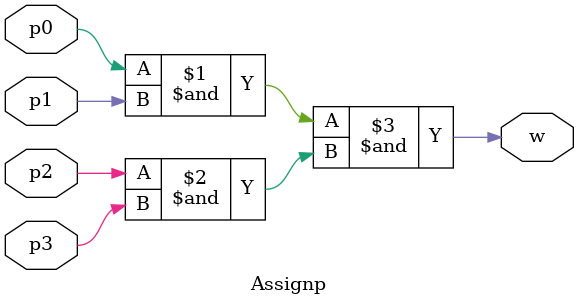
<source format=v>
module Assignp(input p0,p1,p2,p3,output w);
  assign #(24) w=((p0&p1)&(p2&p3));
endmodule

</source>
